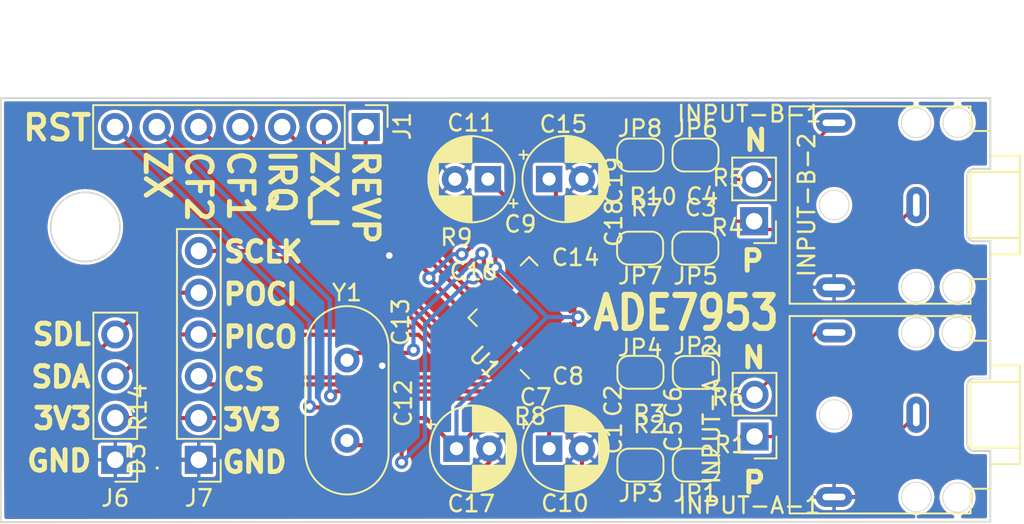
<source format=kicad_pcb>
(kicad_pcb (version 20211014) (generator pcbnew)
  (layers (0 "F.Cu" signal) (31 "B.Cu" signal) (34 "B.Paste" user) (35 "F.Paste" user) (36 "B.SilkS" user "B.Silkscreen") (37 "F.SilkS" user "F.Silkscreen") (38 "B.Mask" user) (39 "F.Mask" user) (44 "Edge.Cuts" user))
  (net 0 "")
  (net 1 "Net-(U1-Pad5)")
  (net 2 "GND")
  (net 3 "Net-(U1-Pad6)")
  (net 4 "Net-(C3-Pad1)")
  (net 5 "Net-(C4-Pad2)")
  (net 6 "Net-(R2-Pad1)")
  (net 7 "Net-(R3-Pad2)")
  (net 8 "+3V3")
  (net 9 "reset")
  (net 10 "Net-(C10-Pad1)")
  (net 11 "Net-(C11-Pad1)")
  (net 12 "Net-(C12-Pad1)")
  (net 13 "Net-(C13-Pad1)")
  (net 14 "Net-(C14-Pad1)")
  (net 15 "Net-(U1-Pad9)")
  (net 16 "Net-(U1-Pad10)")
  (net 17 "Net-(D3-Pad2)")
  (net 18 "IAP")
  (net 19 "IAN")
  (net 20 "IBP")
  (net 21 "IBN")
  (net 22 "ZX")
  (net 23 "REVP")
  (net 24 "ZX_I")
  (net 25 "IRQ")
  (net 26 "MISO")
  (net 27 "MOSI")
  (net 28 "CS")
  (net 29 "SCLK")
  (net 30 "CF2")
  (net 31 "CF1")
  (footprint "Capacitor_SMD:C_0201_0603Metric" (layer "F.Cu") (at 208.712887 54.79 90)
    (fp_text reference "C19")
    (fp_text value "33nF")
  )
  (footprint "Capacitor_SMD:C_0201_0603Metric" (layer "F.Cu") (at 202.71 67.87 90)
    (fp_text reference "C7")
    (fp_text value "1uF")
  )
  (footprint "Jumper:SolderJumper-2_P1.3mm_Open_RoundedPad1.0x1.5mm" (layer "F.Cu") (at 209.497887 71.61 180)
    (fp_text reference "JP3")
    (fp_text value "48kHz-filter-1")
  )
  (footprint "Connector_PinHeader_2.54mm:PinHeader_1x06_P2.54mm_Vertical" (layer "F.Cu") (at 182.65 71.29 180)
    (fp_text reference "J7")
    (fp_text value "SPI")
  )
  (footprint "Connector_PinHeader_2.54mm:PinHeader_1x02_P2.54mm_Vertical" (layer "F.Cu") (at 216.407887 56.785 180)
    (fp_text reference "INPUT-B-2")
    (fp_text value "Input B")
  )
  (footprint "Resistor_SMD:R_0201_0603Metric" (layer "F.Cu") (at 209.872887 56.73 180)
    (fp_text reference "R7")
    (fp_text value "1k")
  )
  (footprint "Jumper:SolderJumper-2_P1.3mm_Open_RoundedPad1.0x1.5mm" (layer "F.Cu") (at 212.867887 65.98 180)
    (fp_text reference "JP2")
    (fp_text value "no-filter-2")
  )
  (footprint "Resistor_SMD:R_0201_0603Metric" (layer "F.Cu") (at 209.882887 54.44)
    (fp_text reference "R10")
    (fp_text value "1k")
  )
  (footprint "Capacitor_THT:CP_Radial_D5.0mm_P2.00mm" (layer "F.Cu") (at 203.944888 70.61)
    (fp_text reference "C10")
    (fp_text value "4.7uF")
  )
  (footprint "Jumper:SolderJumper-2_P1.3mm_Open_RoundedPad1.0x1.5mm" (layer "F.Cu") (at 212.837887 58.42 180)
    (fp_text reference "JP5")
    (fp_text value "no-filter-1")
  )
  (footprint "Connector_PinHeader_2.54mm:PinHeader_1x07_P2.54mm_Vertical" (layer "F.Cu") (at 192.795 51.055 -90)
    (fp_text reference "J1")
    (fp_text value "Conn_01x07_Female")
  )
  (footprint "Capacitor_SMD:C_0201_0603Metric" (layer "F.Cu") (at 194.93 70.08 90)
    (fp_text reference "C12")
    (fp_text value "20pF")
  )
  (footprint "Capacitor_SMD:C_0201_0603Metric" (layer "F.Cu") (at 208.702887 56.38 90)
    (fp_text reference "C18")
    (fp_text value "33nF")
  )
  (footprint "Resistor_SMD:R_0201_0603Metric" (layer "F.Cu") (at 209.927887 67.65)
    (fp_text reference "R3")
    (fp_text value "1k")
  )
  (footprint "Resistor_SMD:R_0201_0603Metric" (layer "F.Cu") (at 213.367887 67.67)
    (fp_text reference "R6")
    (fp_text value "100")
  )
  (footprint "Capacitor_SMD:C_0201_0603Metric" (layer "F.Cu") (at 208.787887 68 90)
    (fp_text reference "C2")
    (fp_text value "33nF")
  )
  (footprint "Capacitor_SMD:C_0201_0603Metric" (layer "F.Cu") (at 208.787887 69.57 90)
    (fp_text reference "C1")
    (fp_text value "33nF")
  )
  (footprint "Resistor_SMD:R_0201_0603Metric" (layer "F.Cu") (at 180.12 69.09375 90)
    (fp_text reference "R14")
    (fp_text value "1k")
  )
  (footprint "Resistor_SMD:R_0201_0603Metric" (layer "F.Cu") (at 213.267887 54.44)
    (fp_text reference "R5")
    (fp_text value "100")
  )
  (footprint "Resistor_SMD:R_0201_0603Metric" (layer "F.Cu") (at 213.367887 69.93 180)
    (fp_text reference "R1")
    (fp_text value "100")
  )
  (footprint "Connector_Audio:Jack_3.5mm_CUI_SJ1-3523N_Horizontal" (layer "F.Cu") (at 226.267887 55.8 90)
    (fp_text reference "INPUT-B-1")
    (fp_text value "AudioJack3")
    (fp_line (start -2.2 4.5) (end -6.5 4.5) (layer "Edge.Cuts") (width 0.12))
    (fp_line (start 2.2 4.5) (end 6.5 4.5) (layer "Edge.Cuts") (width 0.12))
    (fp_line (start -2.2 3.5) (end -2.2 4.5) (layer "Edge.Cuts") (width 0.12))
    (fp_line (start 2.2 3.5) (end 2.2 4.5) (layer "Edge.Cuts") (width 0.12))
    (fp_line (start 1.8 3.1) (end -1.8 3.1) (layer "Edge.Cuts") (width 0.12))
    (fp_arc (start -2.2 3.5) (mid -2.082842 3.217158) (end -1.8 3.1) (layer "Edge.Cuts") (width 0.12))
    (fp_arc (start 1.8 3.1) (mid 2.082843 3.217157) (end 2.2 3.5) (layer "Edge.Cuts") (width 0.12))
  )
  (footprint "Capacitor_THT:CP_Radial_D5.0mm_P2.00mm" (layer "F.Cu") (at 200.225113 54.23 180)
    (fp_text reference "C11")
    (fp_text value "4.7uF")
  )
  (footprint "Capacitor_SMD:C_0201_0603Metric" (layer "F.Cu") (at 201.83 57.85 180)
    (fp_text reference "C9")
    (fp_text value "100nF")
  )
  (footprint "Jumper:SolderJumper-2_P1.3mm_Open_RoundedPad1.0x1.5mm" (layer "F.Cu") (at 212.847887 52.76 180)
    (fp_text reference "JP6")
    (fp_text value "no-filter-2")
  )
  (footprint "Jumper:SolderJumper-2_P1.3mm_Open_RoundedPad1.0x1.5mm" (layer "F.Cu") (at 209.497887 65.97 180)
    (fp_text reference "JP4")
    (fp_text value "48kHz-filter-2")
  )
  (footprint "Package_CSP:LFCSP-28-1EP_5x5mm_P0.5mm_EP3.14x3.14mm" (layer "F.Cu") (at 202.73 62.65 135)
    (fp_text reference "U1")
    (fp_text value "ADE7953xCP")
  )
  (footprint "Jumper:SolderJumper-2_P1.3mm_Open_RoundedPad1.0x1.5mm" (layer "F.Cu") (at 209.487887 52.76 180)
    (fp_text reference "JP8")
    (fp_text value "48kHz-filter-2")
  )
  (footprint "Resistor_SMD:R_0201_0603Metric" (layer "F.Cu") (at 201.91 67.87 -90)
    (fp_text reference "R8")
    (fp_text value "10k")
  )
  (footprint "Crystal:Crystal_HC49-4H_Vertical" (layer "F.Cu") (at 191.66 65.23 -90)
    (fp_text reference "Y1")
    (fp_text value "3.58MHz")
  )
  (footprint "Capacitor_SMD:C_0201_0603Metric" (layer "F.Cu") (at 212.237887 69.58 90)
    (fp_text reference "C5")
    (fp_text value "33nF")
  )
  (footprint "Resistor_SMD:R_0201_0603Metric" (layer "F.Cu") (at 213.257887 56.73 180)
    (fp_text reference "R4")
    (fp_text value "100")
  )
  (footprint "Capacitor_SMD:C_0201_0603Metric" (layer "F.Cu") (at 204.97 67.03)
    (fp_text reference "C8")
    (fp_text value "100nF")
  )
  (footprint "Capacitor_SMD:C_0201_0603Metric" (layer "F.Cu") (at 201.13 58.76)
    (fp_text reference "C16")
    (fp_text value "100nF")
  )
  (footprint "LED_SMD:LED_0201_0603Metric_Pad0.64x0.40mm_HandSolder" (layer "F.Cu") (at 180.12 70.75375 90)
    (fp_text reference "D3")
    (fp_text value "LED")
  )
  (footprint "Capacitor_SMD:C_0201_0603Metric" (layer "F.Cu") (at 212.092887 56.38 90)
    (fp_text reference "C3")
    (fp_text value "33nF")
  )
  (footprint "Jumper:SolderJumper-2_P1.3mm_Open_RoundedPad1.0x1.5mm" (layer "F.Cu") (at 212.867887 71.61 180)
    (fp_text reference "JP1")
    (fp_text value "no-filter-1")
  )
  (footprint "Capacitor_THT:CP_Radial_D5.0mm_P2.00mm" (layer "F.Cu") (at 198.314888 70.61)
    (fp_text reference "C17")
    (fp_text value "10uF")
  )
  (footprint "Connector_PinHeader_2.54mm:PinHeader_1x04_P2.54mm_Vertical" (layer "F.Cu") (at 177.57 71.29 180)
    (fp_text reference "J6")
    (fp_text value "I2C")
  )
  (footprint "Capacitor_SMD:C_0201_0603Metric" (layer "F.Cu") (at 212.102887 54.79 90)
    (fp_text reference "C4")
    (fp_text value "33nF")
  )
  (footprint "Resistor_SMD:R_0201_0603Metric" (layer "F.Cu") (at 200.02 57.83)
    (fp_text reference "R9")
    (fp_text value "10k")
  )
  (footprint "Jumper:SolderJumper-2_P1.3mm_Open_RoundedPad1.0x1.5mm" (layer "F.Cu") (at 209.477887 58.42 180)
    (fp_text reference "JP7")
    (fp_text value "48kHz-filter-1")
  )
  (footprint "Connector_PinHeader_2.54mm:PinHeader_1x02_P2.54mm_Vertical" (layer "F.Cu") (at 216.437887 69.875 180)
    (fp_text reference "INPUT-A-2")
    (fp_text value "Input A")
  )
  (footprint "Connector_Audio:Jack_3.5mm_CUI_SJ1-3523N_Horizontal" (layer "F.Cu") (at 226.267887 68.55 90)
    (fp_text reference "INPUT-A-1")
    (fp_text value "AudioJack3")
    (fp_line (start 2.2 4.5) (end 6.5 4.5) (layer "Edge.Cuts") (width 0.12))
    (fp_line (start 1.8 3.1) (end -1.8 3.1) (layer "Edge.Cuts") (width 0.12))
    (fp_line (start -2.2 4.5) (end -6.5 4.5) (layer "Edge.Cuts") (width 0.12))
    (fp_line (start -2.2 3.5) (end -2.2 4.5) (layer "Edge.Cuts") (width 0.12))
    (fp_line (start 2.2 3.5) (end 2.2 4.5) (layer "Edge.Cuts") (width 0.12))
    (fp_arc (start 1.8 3.1) (mid 2.082843 3.217157) (end 2.2 3.5) (layer "Edge.Cuts") (width 0.12))
    (fp_arc (start -2.2 3.5) (mid -2.082842 3.217158) (end -1.8 3.1) (layer "Edge.Cuts") (width 0.12))
  )
  (footprint "Resistor_SMD:R_0201_0603Metric" (layer "F.Cu") (at 209.927887 69.92 180)
    (fp_text reference "R2")
    (fp_text value "1k")
  )
  (footprint "Capacitor_SMD:C_0201_0603Metric" (layer "F.Cu") (at 212.237887 68.02 90)
    (fp_text reference "C6")
    (fp_text value "33nF")
  )
  (footprint "Capacitor_THT:CP_Radial_D5.0mm_P2.00mm" (layer "F.Cu") (at 203.944888 54.22)
    (fp_text reference "C15")
    (fp_text value "4.7uF")
  )
  (footprint "Capacitor_SMD:C_0201_0603Metric" (layer "F.Cu") (at 204.04 58.06 180)
    (fp_text reference "C14")
    (fp_text value "100nF")
  )
  (footprint "Capacitor_SMD:C_0201_0603Metric" (layer "F.Cu") (at 194.88 65.11 -90)
    (fp_text reference "C13")
    (fp_text value "20pF")
  )
  (gr_circle (center 221.28 55.8) (end 222.18 55.8) (layer "Edge.Cuts") (width 0.05) (fill none))
  (gr_circle (center 226.269946 63.55) (end 227.169946 63.55) (layer "Edge.Cuts") (width 0.05) (fill none))
  (gr_circle (center 228.78 60.79) (end 229.68 60.79) (layer "Edge.Cuts") (width 0.05) (fill none))
  (gr_circle (center 226.26 50.8) (end 227.16 50.8) (layer "Edge.Cuts") (width 0.05) (fill none))
  (gr_line (start 230.767887 49.3) (end 170.612113 49.3) (layer "Edge.Cuts") (width 0.1))
  (gr_circle (center 221.28 68.54) (end 222.18 68.54) (layer "Edge.Cuts") (width 0.05) (fill none))
  (gr_circle (center 175.75 57.13) (end 177.85 57.13) (layer "Edge.Cuts") (width 0.1) (fill none))
  (gr_circle (center 226.27 73.55) (end 227.17 73.55) (layer "Edge.Cuts") (width 0.05) (fill none))
  (gr_circle (center 226.27 60.78) (end 227.17 60.78) (layer "Edge.Cuts") (width 0.05) (fill none))
  (gr_line (start 170.612113 49.3) (end 170.612113 75.08) (layer "Edge.Cuts") (width 0.1))
  (gr_circle (center 228.78 73.58) (end 229.68 73.58) (layer "Edge.Cuts") (width 0.05) (fill none))
  (gr_circle (center 228.79 50.79) (end 229.69 50.79) (layer "Edge.Cuts") (width 0.05) (fill none))
  (gr_circle (center 228.77 63.56) (end 229.696175 63.56) (layer "Edge.Cuts") (width 0.05) (fill none))
  (gr_line (start 170.612113 75.08) (end 230.767887 75.05) (layer "Edge.Cuts") (width 0.1))
  (gr_text "3V3" (at 183.96 68.86) (layer "F.SilkS") (effects (font (size 1.25 1.25) (thickness 0.3)) (justify left)))
  (gr_text "CF2" (at 182.64 52.38 270) (layer "F.SilkS") (effects (font (size 1.5 1.5) (thickness 0.3)) (justify left)))
  (gr_text "N" (at 217.237887 65.08) (layer "F.SilkS") (effects (font (size 1.25 1.25) (thickness 0.3)) (justify right)))
  (gr_text "SCLK" (at 184.02 58.65) (layer "F.SilkS") (effects (font (size 1.25 1.25) (thickness 0.3)) (justify left)))
  (gr_text "CF1\n" (at 185.19 52.32 270) (layer "F.SilkS") (effects (font (size 1.5 1.5) (thickness 0.3)) (justify left)))
  (gr_text "PICO\n" (at 184 63.83) (layer "F.SilkS") (effects (font (size 1.25 1.25) (thickness 0.3)) (justify left)))
  (gr_text "CS" (at 183.98 66.41) (layer "F.SilkS") (effects (font (size 1.25 1.25) (thickness 0.3)) (justify left)))
  (gr_text "POCI" (at 184 61.23) (layer "F.SilkS") (effects (font (size 1.25 1.25) (thickness 0.3)) (justify left)))
  (gr_text "ZX_I" (at 190.25 52.32 270) (layer "F.SilkS") (effects (font (size 1.5 1.5) (thickness 0.3)) (justify left)))
  (gr_text "GND" (at 183.94 71.44) (layer "F.SilkS") (effects (font (size 1.25 1.25) (thickness 0.3)) (justify left)))
  (gr_text "RST" (at 171.8 51.11) (layer "F.SilkS") (effects (font (size 1.5 1.5) (thickness 0.3)) (justify left)))
  (gr_text "3V3" (at 176.28 68.78) (layer "F.SilkS") (effects (font (size 1.25 1.25) (thickness 0.3)) (justify right)))
  (gr_text "SDL" (at 176.24 63.67) (layer "F.SilkS") (effects (font (size 1.25 1.25) (thickness 0.3)) (justify right)))
  (gr_text "REVP" (at 192.79 52.31 270) (layer "F.SilkS") (effects (font (size 1.5 1.5) (thickness 0.3)) (justify left)))
  (gr_text "N" (at 215.657887 51.74 180) (layer "F.SilkS") (effects (font (size 1.25 1.25) (thickness 0.3)) (justify right)))
  (gr_text "P" (at 217.137887 59.2) (layer "F.SilkS") (effects (font (size 1.25 1.25) (thickness 0.3)) (justify right)))
  (gr_text "SDA" (at 176.22 66.25) (layer "F.SilkS") (effects (font (size 1.25 1.25) (thickness 0.3)) (justify right)))
  (gr_text "P" (at 217.237887 72.67) (layer "F.SilkS") (effects (font (size 1.25 1.25) (thickness 0.3)) (justify right)))
  (gr_text "IRQ" (at 187.7 52.28 270) (layer "F.SilkS") (effects (font (size 1.5 1.5) (thickness 0.3)) (justify left)))
  (gr_text "GND" (at 176.26 71.36) (layer "F.SilkS") (effects (font (size 1.25 1.25) (thickness 0.3)) (justify right)))
  (gr_text "ZX" (at 180.13 52.36 270) (layer "F.SilkS") (effects (font (size 1.5 1.5) (thickness 0.3)) (justify left)))
  (gr_text "ADE7953\n" (at 212.27 62.36) (layer "F.SilkS") (effects (font (size 2 1.7) (thickness 0.375))))
  (segment (start 208.817887 69.92) (end 208.787887 69.89) (width 0.25) (layer "F.Cu") (net 1))
  (segment (start 209.607887 69.92) (end 208.817887 69.92) (width 0.25) (layer "F.Cu") (net 1))
  (segment (start 206.302288 68.302288) (end 207.89 69.89) (width 0.25) (layer "F.Cu") (net 1))
  (segment (start 208.787887 69.89) (end 208.787887 71.55) (width 0.25) (layer "F.Cu") (net 1))
  (segment (start 207.89 69.89) (end 208.787887 69.89) (width 0.25) (layer "F.Cu") (net 1))
  (segment (start 208.787887 71.55) (end 208.847887 71.61) (width 0.25) (layer "F.Cu") (net 1))
  (segment (start 204.771771 63.984664) (end 206.302288 65.515181) (width 0.25) (layer "F.Cu") (net 1))
  (segment (start 206.302288 65.515181) (end 206.302288 68.302288) (width 0.25) (layer "F.Cu") (net 1))
  (segment (start 208.757887 69.25) (end 208.787887 69.25) (width 0.25) (layer "F.Cu") (net 2))
  (segment (start 200.314888 71.435112) (end 200.314888 70.61) (width 0.25) (layer "F.Cu") (net 2))
  (segment (start 208.577887 56.06) (end 208.197887 55.68) (width 0.25) (layer "F.Cu") (net 2))
  (segment (start 218.277887 67.13) (end 216.717887 68.69) (width 0.25) (layer "F.Cu") (net 2))
  (segment (start 201.45 58.76) (end 201.45 57.91) (width 0.25) (layer "F.Cu") (net 2))
  (segment (start 201.413386 59.919173) (end 201.413386 58.796614) (width 0.25) (layer "F.Cu") (net 2))
  (segment (start 199.36 72.39) (end 200.314888 71.435112) (width 0.25) (layer "F.Cu") (net 2))
  (segment (start 208.787887 68.32) (end 208.647887 68.32) (width 0.25) (layer "F.Cu") (net 2))
  (segment (start 212.092887 56.06) (end 212.112887 56.06) (width 0.25) (layer "F.Cu") (net 2))
  (segment (start 204.064664 61.315336) (end 202.73 62.65) (width 0.25) (layer "F.Cu") (net 2))
  (segment (start 223.04 73.55) (end 227.167407 69.422593) (width 0.25) (layer "F.Cu") (net 2))
  (segment (start 227.167407 54.83952) (end 226.728367 54.40048) (width 0.25) (layer "F.Cu") (net 2))
  (segment (start 218.627887 55.59) (end 212.582887 55.59) (width 0.25) (layer "F.Cu") (net 2))
  (segment (start 195.53 69.76) (end 196.74 70.97) (width 0.25) (layer "F.Cu") (net 2))
  (segment (start 202.73 60.528679) (end 202.73 62.65) (width 0.25) (layer "F.Cu") (net 2))
  (segment (start 212.112887 56.06) (end 212.582887 55.59) (width 0.25) (layer "F.Cu") (net 2))
  (segment (start 208.807887 68.34) (end 208.787887 68.32) (width 0.25) (layer "F.Cu") (net 2))
  (segment (start 194.05 72.4) (end 196.74 72.4) (width 0.25) (layer "F.Cu") (net 2))
  (segment (start 201.748889 60.254676) (end 202.73 61.235787) (width 0.25) (layer "F.Cu") (net 2))
  (segment (start 212.237887 69.26) (end 212.237887 69.04) (width 0.25) (layer "F.Cu") (net 2))
  (segment (start 199.35 72.4) (end 199.36 72.39) (width 0.25) (layer "F.Cu") (net 2))
  (segment (start 208.237887 68.73) (end 208.757887 69.25) (width 0.25) (layer "F.Cu") (net 2))
  (segment (start 205.3 72.39) (end 205.944888 71.745112) (width 0.25) (layer "F.Cu") (net 2))
  (segment (start 201.45 57.91) (end 201.51 57.85) (width 0.25) (layer "F.Cu") (net 2))
  (segment (start 212.092887 56.06) (end 208.702887 56.06) (width 0.25) (layer "F.Cu") (net 2))
  (segment (start 204.418217 64.338217) (end 202.73 62.65) (width 0.25) (layer "F.Cu") (net 2))
  (segment (start 196.74 70.97) (end 196.74 72.4) (width 0.25) (layer "F.Cu") (net 2))
  (segment (start 205.29 69.955112) (end 205.944888 70.61) (width 0.25) (layer "F.Cu") (net 2))
  (segment (start 192.94 71.29) (end 194.05 72.4) (width 0.25) (layer "F.Cu") (net 2))
  (segment (start 208.702887 56.06) (end 208.577887 56.06) (width 0.25) (layer "F.Cu") (net 2))
  (segment (start 180.23 71.29) (end 182.65 71.29) (width 0.25) (layer "F.Cu") (net 2))
  (segment (start 203.357557 59.901122) (end 202.73 60.528679) (width 0.25) (layer "F.Cu") (net 2))
  (segment (start 196.74 72.4) (end 199.35 72.4) (width 0.25) (layer "F.Cu") (net 2))
  (segment (start 205.29 65.21) (end 204.418217 64.338217) (width 0.25) (layer "F.Cu") (net 2))
  (segment (start 227.167407 56.672593) (end 227.167407 54.83952) (width 0.25) (layer "F.Cu") (net 2))
  (segment (start 205.29 67.03) (end 205.29 65.21) (width 0.25) (layer "F.Cu") (net 2))
  (segment (start 212.587887 68.69) (end 212.237887 68.34) (width 0.25) (layer "F.Cu") (net 2))
  (segment (start 208.197887 55.68) (end 208.197887 55.625) (width 0.25) (layer "F.Cu") (net 2))
  (segment (start 212.237887 69.04) (end 212.587887 68.69) (width 0.25) (layer "F.Cu") (net 2))
  (segment (start 204.418217 60.961783) (end 202.73 62.65) (width 0.25) (layer "F.Cu") (net 2))
  (segment (start 199.36 72.39) (end 205.3 72.39) (width 0.25) (layer "F.Cu") (net 2))
  (segment (start 205.29 67.03) (end 205.29 69.955112) (width 0.25) (layer "F.Cu") (net 2))
  (segment (start 208.152887 55.67) (end 208.197887 55.625) (width 0.25) (layer "F.Cu") (net 2))
  (segment (start 219.817407 54.40048) (end 218.627887 55.59) (width 0.25) (layer "F.Cu") (net 2))
  (segment (start 205.944888 71.745112) (end 205.944888 70.61) (width 0.25) (layer "F.Cu") (net 2))
  (segment (start 221.267887 60.8) (end 223.04 60.8) (width 0.25) (layer "F.Cu") (net 2))
  (segment (start 227.167407 69.422593) (end 227.167407 67.677407) (width 0.25) (layer "F.Cu") (net 2))
  (segment (start 212.582887 55.59) (end 212.102887 55.11) (width 0.25) (layer "F.Cu") (net 2))
  (segment (start 201.748889 60.254676) (end 201.413386 59.919173) (width 0.25) (layer "F.Cu") (net 2))
  (segment (start 226.62 67.13) (end 218.277887 67.13) (width 0.25) (layer "F.Cu") (net 2))
  (segment (start 208.647887 68.32) (end 208.237887 68.73) (width 0.25) (layer "F.Cu") (net 2))
  (segment (start 194.93 69.76) (end 195.53 69.76) (width 0.25) (layer "F.Cu") (net 2))
  (segment (start 208.797887 69.26) (end 208.787887 69.25) (width 0.25) (layer "F.Cu") (net 2))
  (segment (start 180.12 71.16125) (end 180.12 71.18) (width 0.25) (layer "F.Cu") (net 2))
  (segment (start 203.357557 58.422443) (end 203.72 58.06) (width 0.25) (layer "F.Cu") (net 2))
  (segment (start 212.237887 68.34) (end 208.807887 68.34) (width 0.25) (layer "F.Cu") (net 2))
  (segment (start 227.167407 67.677407) (end 226.62 67.13) (width 0.25) (layer "F.Cu") (net 2))
  (segment (start 212.237887 69.26) (end 208.797887 69.26) (width 0.25) (layer "F.Cu") (net 2))
  (segment (start 221.267887 73.55) (end 223.04 73.55) (width 0.25) (layer "F.Cu") (net 2))
  (segment (start 202.73 61.235787) (end 202.73 62.65) (width 0.25) (layer "F.Cu") (net 2))
  (segment (start 177.57 71.29) (end 180.23 71.29) (width 0.25) (layer "F.Cu") (net 2))
  (segment (start 204.064664 60.608229) (end 204.064664 61.315336) (width 0.25) (layer "F.Cu") (net 2))
  (segment (start 203.357557 59.901122) (end 203.357557 58.422443) (width 0.25) (layer "F.Cu") (net 2))
  (segment (start 216.717887 68.69) (end 212.587887 68.69) (width 0.25) (layer "F.Cu") (net 2))
  (segment (start 226.728367 54.40048) (end 219.817407 54.40048) (width 0.25) (layer "F.Cu") (net 2))
  (segment (start 212.102887 55.11) (end 208.712887 55.11) (width 0.25) (layer "F.Cu") (net 2))
  (segment (start 182.65 71.29) (end 192.94 71.29) (width 0.25) (layer "F.Cu") (net 2))
  (segment (start 201.413386 58.796614) (end 201.45 58.76) (width 0.25) (layer "F.Cu") (net 2))
  (segment (start 208.197887 55.625) (end 208.712887 55.11) (width 0.25) (layer "F.Cu") (net 2))
  (segment (start 180.12 71.18) (end 180.23 71.29) (width 0.25) (layer "F.Cu") (net 2))
  (segment (start 223.04 60.8) (end 227.167407 56.672593) (width 0.25) (layer "F.Cu") (net 2))
  (via (at 193.8 65.57) (size 0.8) (drill 0.4) (layers "F.Cu" "B.Cu") (net 2))
  (via (at 194.23 58.87) (size 0.8) (drill 0.4) (layers "F.Cu" "B.Cu") (net 2))
  (segment (start 205.125324 63.631111) (end 205.131111 63.631111) (width 0.25) (layer "F.Cu") (net 3))
  (segment (start 208.817887 67.65) (end 208.787887 67.68) (width 0.25) (layer "F.Cu") (net 3))
  (segment (start 208.787887 67.68) (end 208.787887 66.03) (width 0.25) (layer "F.Cu") (net 3))
  (segment (start 208.787887 66.03) (end 208.847887 65.97) (width 0.25) (layer "F.Cu") (net 3))
  (segment (start 207.47 65.97) (end 208.847887 65.97) (width 0.25) (layer "F.Cu") (net 3))
  (segment (start 205.131111 63.631111) (end 207.47 65.97) (width 0.25) (layer "F.Cu") (net 3))
  (segment (start 209.607887 67.65) (end 208.817887 67.65) (width 0.25) (layer "F.Cu") (net 3))
  (segment (start 210.222887 56.7) (end 210.192887 56.73) (width 0.25) (layer "F.Cu") (net 4))
  (segment (start 212.092887 56.7) (end 210.222887 56.7) (width 0.25) (layer "F.Cu") (net 4))
  (segment (start 212.092887 56.7) (end 212.092887 58.325) (width 0.25) (layer "F.Cu") (net 4))
  (segment (start 210.192887 58.355) (end 210.127887 58.42) (width 0.25) (layer "F.Cu") (net 4))
  (segment (start 212.092887 58.325) (end 212.187887 58.42) (width 0.25) (layer "F.Cu") (net 4))
  (segment (start 212.122887 56.73) (end 212.092887 56.7) (width 0.25) (layer "F.Cu") (net 4))
  (segment (start 210.192887 56.73) (end 210.192887 58.355) (width 0.25) (layer "F.Cu") (net 4))
  (segment (start 212.937887 56.73) (end 212.122887 56.73) (width 0.25) (layer "F.Cu") (net 4))
  (segment (start 212.132887 54.44) (end 212.102887 54.47) (width 0.25) (layer "F.Cu") (net 5))
  (segment (start 210.232887 54.47) (end 210.202887 54.44) (width 0.25) (layer "F.Cu") (net 5))
  (segment (start 210.202887 54.44) (end 210.202887 52.825) (width 0.25) (layer "F.Cu") (net 5))
  (segment (start 212.102887 54.47) (end 212.102887 52.855) (width 0.25) (layer "F.Cu") (net 5))
  (segment (start 212.102887 54.47) (end 210.232887 54.47) (width 0.25) (layer "F.Cu") (net 5))
  (segment (start 210.202887 52.825) (end 210.137887 52.76) (width 0.25) (layer "F.Cu") (net 5))
  (segment (start 212.102887 52.855) (end 212.197887 52.76) (width 0.25) (layer "F.Cu") (net 5))
  (segment (start 212.947887 54.44) (end 212.132887 54.44) (width 0.25) (layer "F.Cu") (net 5))
  (segment (start 210.247887 69.92) (end 210.247887 71.51) (width 0.25) (layer "F.Cu") (net 6))
  (segment (start 212.267887 69.93) (end 212.237887 69.9) (width 0.25) (layer "F.Cu") (net 6))
  (segment (start 212.217887 71.61) (end 212.217887 69.92) (width 0.25) (layer "F.Cu") (net 6))
  (segment (start 212.217887 69.92) (end 212.237887 69.9) (width 0.25) (layer "F.Cu") (net 6))
  (segment (start 210.247887 71.51) (end 210.147887 71.61) (width 0.25) (layer "F.Cu") (net 6))
  (segment (start 213.047887 69.93) (end 212.267887 69.93) (width 0.25) (layer "F.Cu") (net 6))
  (segment (start 210.277887 69.89) (end 210.247887 69.92) (width 0.25) (layer "F.Cu") (net 6))
  (segment (start 210.247887 69.92) (end 212.217887 69.92) (width 0.25) (layer "F.Cu") (net 6))
  (segment (start 212.237887 67.7) (end 210.297887 67.7) (width 0.25) (layer "F.Cu") (net 7))
  (segment (start 212.267887 67.67) (end 212.237887 67.7) (width 0.25) (layer "F.Cu") (net 7))
  (segment (start 212.237887 67.7) (end 212.237887 66) (width 0.25) (layer "F.Cu") (net 7))
  (segment (start 212.237887 66) (end 212.217887 65.98) (width 0.25) (layer "F.Cu") (net 7))
  (segment (start 210.297887 67.7) (end 210.247887 67.65) (width 0.25) (layer "F.Cu") (net 7))
  (segment (start 213.047887 67.67) (end 212.267887 67.67) (width 0.25) (layer "F.Cu") (net 7))
  (segment (start 210.247887 67.65) (end 210.247887 66.07) (width 0.25) (layer "F.Cu") (net 7))
  (segment (start 210.247887 66.07) (end 210.147887 65.97) (width 0.25) (layer "F.Cu") (net 7))
  (segment (start 182.65 68.75) (end 196.454888 68.75) (width 0.25) (layer "F.Cu") (net 8))
  (segment (start 200.68 58.89) (end 200.81 58.76) (width 0.25) (layer "F.Cu") (net 8))
  (segment (start 201.388229 60.608229) (end 201.395336 60.608229) (width 0.25) (layer "F.Cu") (net 8))
  (segment (start 205.478878 63.277557) (end 205.478878 62.598878) (width 0.25) (layer "F.Cu") (net 8))
  (segment (start 200.68 59.6) (end 200.68 58.89) (width 0.25) (layer "F.Cu") (net 8))
  (segment (start 200.81 58.3) (end 200.34 57.83) (width 0.25) (layer "F.Cu") (net 8))
  (segment (start 201.91 68.19) (end 200.734888 68.19) (width 0.25) (layer "F.Cu") (net 8))
  (segment (start 177.57 68.75) (end 182.65 68.75) (width 0.25) (layer "F.Cu") (net 8))
  (segment (start 202.71 68.19) (end 201.91 68.19) (width 0.25) (layer "F.Cu") (net 8))
  (segment (start 200.81 58.76) (end 200.81 58.3) (width 0.25) (layer "F.Cu") (net 8))
  (segment (start 205.478878 62.598878) (end 205.688878 62.598878) (width 0.25) (layer "F.Cu") (net 8))
  (segment (start 196.454888 68.75) (end 198.314888 70.61) (width 0.25) (layer "F.Cu") (net 8))
  (segment (start 200.734888 68.19) (end 198.314888 70.61) (width 0.25) (layer "F.Cu") (net 8))
  (segment (start 200.68 59.9) (end 201.388229 60.608229) (width 0.25) (layer "F.Cu") (net 8))
  (segment (start 205.478878 62.598878) (end 205.478878 62.022443) (width 0.25) (layer "F.Cu") (net 8))
  (segment (start 205.688878 62.598878) (end 205.7 62.61) (width 0.25) (layer "F.Cu") (net 8))
  (segment (start 200.68 59.6) (end 200.68 59.9) (width 0.25) (layer "F.Cu") (net 8))
  (via (at 205.7 62.61) (size 0.8) (drill 0.4) (layers "F.Cu" "B.Cu") (net 8))
  (via (at 200.68 59.6) (size 0.8) (drill 0.4) (layers "F.Cu" "B.Cu") (net 8))
  (segment (start 198.314888 68.120226) (end 198.314888 70.61) (width 0.25) (layer "B.Cu") (net 8))
  (segment (start 200.68 59.6) (end 200.815114 59.6) (width 0.25) (layer "B.Cu") (net 8))
  (segment (start 203.825114 62.61) (end 205.7 62.61) (width 0.25) (layer "B.Cu") (net 8))
  (segment (start 200.815114 59.6) (end 203.825114 62.61) (width 0.25) (layer "B.Cu") (net 8))
  (segment (start 203.825114 62.61) (end 198.314888 68.120226) (width 0.25) (layer "B.Cu") (net 8))
  (segment (start 203.715324 65.045324) (end 204.18 65.51) (width 0.25) (layer "F.Cu") (net 9))
  (segment (start 204.18 65.51) (end 204.18 66.58) (width 0.25) (layer "F.Cu") (net 9))
  (segment (start 189.43303 68.10353) (end 189.38 68.0505) (width 0.25) (layer "F.Cu") (net 9))
  (segment (start 201.89 67.57) (end 194.64 67.57) (width 0.25) (layer "F.Cu") (net 9))
  (segment (start 201.91 67.55) (end 201.89 67.57) (width 0.25) (layer "F.Cu") (net 9))
  (segment (start 203.21 67.55) (end 202.71 67.55) (width 0.25) (layer "F.Cu") (net 9))
  (segment (start 194.64 67.57) (end 194.10647 68.10353) (width 0.25) (layer "F.Cu") (net 9))
  (segment (start 204.18 66.58) (end 203.21 67.55) (width 0.25) (layer "F.Cu") (net 9))
  (segment (start 202.71 67.55) (end 201.91 67.55) (width 0.25) (layer "F.Cu") (net 9))
  (segment (start 203.711111 65.045324) (end 203.715324 65.045324) (width 0.25) (layer "F.Cu") (net 9))
  (segment (start 194.10647 68.10353) (end 189.43303 68.10353) (width 0.25) (layer "F.Cu") (net 9))
  (via (at 189.38 68.0505) (size 0.8) (drill 0.4) (layers "F.Cu" "B.Cu") (net 9))
  (segment (start 189.38 68.0505) (end 189.38 62.88) (width 0.25) (layer "B.Cu") (net 9))
  (segment (start 189.38 62.88) (end 177.555 51.055) (width 0.25) (layer "B.Cu") (net 9))
  (segment (start 204.65 67.03) (end 203.944888 67.735112) (width 0.25) (layer "F.Cu") (net 10))
  (segment (start 204.064664 64.691771) (end 204.65 65.277107) (width 0.25) (layer "F.Cu") (net 10))
  (segment (start 203.944888 67.735112) (end 203.944888 70.61) (width 0.25) (layer "F.Cu") (net 10))
  (segment (start 204.65 65.277107) (end 204.65 67.03) (width 0.25) (layer "F.Cu") (net 10))
  (segment (start 202.102443 57.897557) (end 202.15 57.85) (width 0.25) (layer "F.Cu") (net 11))
  (segment (start 202.102443 59.901122) (end 202.102443 57.897557) (width 0.25) (layer "F.Cu") (net 11))
  (segment (start 202.15 57.85) (end 202.15 56.154887) (width 0.25) (layer "F.Cu") (net 11))
  (segment (start 202.15 56.154887) (end 200.225113 54.23) (width 0.25) (layer "F.Cu") (net 11))
  (segment (start 191.95 70.4) (end 191.66 70.11) (width 0.25) (layer "F.Cu") (net 12))
  (segment (start 199.326651 60.232592) (end 199.602592 60.232592) (width 0.25) (layer "F.Cu") (net 12))
  (segment (start 194.98 70.45) (end 194.93 70.4) (width 0.25) (layer "F.Cu") (net 12))
  (segment (start 200.685336 61.315336) (end 200.688229 61.315336) (width 0.25) (layer "F.Cu") (net 12))
  (segment (start 194.93 70.4) (end 191.95 70.4) (width 0.25) (layer "F.Cu") (net 12))
  (segment (start 199.602592 60.232592) (end 200.685336 61.315336) (width 0.25) (layer "F.Cu") (net 12))
  (segment (start 194.98 71.44) (end 194.98 70.45) (width 0.25) (layer "F.Cu") (net 12))
  (via (at 194.98 71.44) (size 0.8) (drill 0.4) (layers "F.Cu" "B.Cu") (net 12))
  (via (at 199.326651 60.232592) (size 0.8) (drill 0.4) (layers "F.Cu" "B.Cu") (net 12))
  (segment (start 196.4 63.06) (end 196.4 70.02) (width 0.25) (layer "B.Cu") (net 12))
  (segment (start 196.4 70.02) (end 194.98 71.44) (width 0.25) (layer "B.Cu") (net 12))
  (segment (start 199.326651 60.232592) (end 199.227408 60.232592) (width 0.25) (layer "B.Cu") (net 12))
  (segment (start 199.227408 60.232592) (end 196.4 63.06) (width 0.25) (layer "B.Cu") (net 12))
  (segment (start 192.1 64.79) (end 191.66 65.23) (width 0.25) (layer "F.Cu") (net 13))
  (segment (start 194.88 64.79) (end 192.1 64.79) (width 0.25) (layer "F.Cu") (net 13))
  (segment (start 199.980489 58.870489) (end 199.980489 59.900489) (width 0.25) (layer "F.Cu") (net 13))
  (segment (start 195.7005 64.62) (end 195.5305 64.79) (width 0.25) (layer "F.Cu") (net 13))
  (segment (start 199.980489 59.900489) (end 201.041783 60.961783) (width 0.25) (layer "F.Cu") (net 13))
  (segment (start 199.86 58.75) (end 199.980489 58.870489) (width 0.25) (layer "F.Cu") (net 13))
  (segment (start 195.5305 64.79) (end 194.88 64.79) (width 0.25) (layer "F.Cu") (net 13))
  (via (at 195.7005 64.62) (size 0.8) (drill 0.4) (layers "F.Cu" "B.Cu") (net 13))
  (via (at 199.86 58.75) (size 0.8) (drill 0.4) (layers "F.Cu" "B.Cu") (net 13))
  (segment (start 195.7005 64.62) (end 195.7005 62.8695) (width 0.25) (layer "B.Cu") (net 13))
  (segment (start 195.7005 62.8695) (end 199.82 58.75) (width 0.25) (layer "B.Cu") (net 13))
  (segment (start 199.82 58.75) (end 199.86 58.75) (width 0.25) (layer "B.Cu") (net 13))
  (segment (start 204.36 58.06) (end 204.36 54.635112) (width 0.25) (layer "F.Cu") (net 14))
  (segment (start 204.36 59.605787) (end 203.711111 60.254676) (width 0.25) (layer "F.Cu") (net 14))
  (segment (start 204.36 54.635112) (end 203.944888 54.22) (width 0.25) (layer "F.Cu") (net 14))
  (segment (start 204.36 58.06) (end 204.36 59.605787) (width 0.25) (layer "F.Cu") (net 14))
  (segment (start 209.552887 56.73) (end 208.732887 56.73) (width 0.25) (layer "F.Cu") (net 15))
  (segment (start 208.732887 56.73) (end 208.702887 56.7) (width 0.25) (layer "F.Cu") (net 15))
  (segment (start 208.702887 56.7) (end 208.702887 58.295) (width 0.25) (layer "F.Cu") (net 15))
  (segment (start 205.125324 61.668889) (end 208.374213 58.42) (width 0.25) (layer "F.Cu") (net 15))
  (segment (start 208.374213 58.42) (end 208.827887 58.42) (width 0.25) (layer "F.Cu") (net 15))
  (segment (start 208.702887 58.295) (end 208.827887 58.42) (width 0.25) (layer "F.Cu") (net 15))
  (segment (start 207.31 54.47) (end 208.712887 54.47) (width 0.25) (layer "F.Cu") (net 16))
  (segment (start 204.774664 61.315336) (end 205.86 60.23) (width 0.25) (layer "F.Cu") (net 16))
  (segment (start 208.557881 54.47) (end 208.547881 54.48) (width 0.25) (layer "F.Cu") (net 16))
  (segment (start 208.742887 54.44) (end 208.712887 54.47) (width 0.25) (layer "F.Cu") (net 16))
  (segment (start 208.712887 54.47) (end 208.712887 52.885) (width 0.25) (layer "F.Cu") (net 16))
  (segment (start 209.562887 54.44) (end 208.742887 54.44) (width 0.25) (layer "F.Cu") (net 16))
  (segment (start 205.86 55.92) (end 207.31 54.47) (width 0.25) (layer "F.Cu") (net 16))
  (segment (start 208.712887 52.885) (end 208.837887 52.76) (width 0.25) (layer "F.Cu") (net 16))
  (segment (start 205.86 60.23) (end 205.86 55.92) (width 0.25) (layer "F.Cu") (net 16))
  (segment (start 204.771771 61.315336) (end 204.774664 61.315336) (width 0.25) (layer "F.Cu") (net 16))
  (segment (start 208.712887 54.47) (end 208.557881 54.47) (width 0.25) (layer "F.Cu") (net 16))
  (segment (start 180.12 70.34625) (end 180.12 69.41375) (width 0.25) (layer "F.Cu") (net 17))
  (segment (start 213.687887 71.44) (end 213.517887 71.61) (width 0.2) (layer "F.Cu") (net 18))
  (segment (start 216.437887 69.875) (end 224.942887 69.875) (width 0.2) (layer "F.Cu") (net 18))
  (segment (start 224.942887 69.875) (end 226.267887 68.55) (width 0.2) (layer "F.Cu") (net 18))
  (segment (start 213.687887 69.93) (end 213.687887 71.44) (width 0.2) (layer "F.Cu") (net 18))
  (segment (start 213.687887 69.93) (end 213.742887 69.875) (width 0.2) (layer "F.Cu") (net 18))
  (segment (start 213.742887 69.875) (end 216.437887 69.875) (width 0.2) (layer "F.Cu") (net 18))
  (segment (start 216.437887 67.335) (end 220.222887 63.55) (width 0.2) (layer "F.Cu") (net 19))
  (segment (start 213.687887 67.67) (end 213.687887 66.15) (width 0.2) (layer "F.Cu") (net 19))
  (segment (start 213.687887 66.15) (end 213.517887 65.98) (width 0.2) (layer "F.Cu") (net 19))
  (segment (start 213.687887 67.67) (end 214.022887 67.335) (width 0.2) (layer "F.Cu") (net 19))
  (segment (start 220.222887 63.55) (end 221.267887 63.55) (width 0.2) (layer "F.Cu") (net 19))
  (segment (start 214.022887 67.335) (end 216.437887 67.335) (width 0.2) (layer "F.Cu") (net 19))
  (segment (start 216.407887 56.785) (end 216.912887 57.29) (width 0.2) (layer "F.Cu") (net 20))
  (segment (start 213.487887 56.82) (end 213.577887 56.73) (width 0.2) (layer "F.Cu") (net 20))
  (segment (start 224.777887 57.29) (end 226.267887 55.8) (width 0.2) (layer "F.Cu") (net 20))
  (segment (start 213.632887 56.785) (end 216.407887 56.785) (width 0.2) (layer "F.Cu") (net 20))
  (segment (start 213.487887 58.42) (end 213.487887 56.82) (width 0.2) (layer "F.Cu") (net 20))
  (segment (start 213.577887 56.73) (end 213.632887 56.785) (width 0.2) (layer "F.Cu") (net 20))
  (segment (start 216.912887 57.29) (end 224.777887 57.29) (width 0.2) (layer "F.Cu") (net 20))
  (segment (start 213.497887 52.76) (end 213.497887 54.35) (width 0.2) (layer "F.Cu") (net 21))
  (segment (start 216.407887 54.245) (end 217.822887 54.245) (width 0.2) (layer "F.Cu") (net 21))
  (segment (start 213.587887 54.44) (end 213.782887 54.245) (width 0.2) (layer "F.Cu") (net 21))
  (segment (start 213.497887 54.35) (end 213.587887 54.44) (width 0.2) (layer "F.Cu") (net 21))
  (segment (start 217.822887 54.245) (end 221.267887 50.8) (width 0.2) (layer "F.Cu") (net 21))
  (segment (start 213.782887 54.245) (end 216.407887 54.245) (width 0.2) (layer "F.Cu") (net 21))
  (segment (start 203.357557 65.398878) (end 202.925648 65.398878) (width 0.25) (layer "F.Cu") (net 22))
  (segment (start 190.93498 67.129039) (end 190.66 67.404019) (width 0.25) (layer "F.Cu") (net 22))
  (segment (start 201.195487 67.129039) (end 190.93498 67.129039) (width 0.25) (layer "F.Cu") (net 22))
  (segment (start 202.925648 65.398878) (end 201.195487 67.129039) (width 0.25) (layer "F.Cu") (net 22))
  (via (at 190.66 67.404019) (size 0.8) (drill 0.4) (layers "F.Cu" "B.Cu") (net 22))
  (segment (start 190.66 67.404019) (end 190.610489 67.354508) (width 0.25) (layer "B.Cu") (net 22))
  (segment (start 190.610489 67.354508) (end 190.610489 61.570489) (width 0.25) (layer "B.Cu") (net 22))
  (segment (start 190.610489 61.570489) (end 180.095 51.055) (width 0.25) (layer "B.Cu") (net 22))
  (segment (start 199.036903 60.932103) (end 192.795 54.6902) (width 0.25) (layer "F.Cu") (net 23))
  (segment (start 192.795 54.6902) (end 192.795 51.055) (width 0.25) (layer "F.Cu") (net 23))
  (segment (start 199.59789 60.932103) (end 199.036903 60.932103) (width 0.25) (layer "F.Cu") (net 23))
  (segment (start 200.334676 61.668889) (end 199.59789 60.932103) (width 0.25) (layer "F.Cu") (net 23))
  (segment (start 199.981122 62.022443) (end 199.526882 62.022443) (width 0.25) (layer "F.Cu") (net 24))
  (segment (start 199.526882 62.022443) (end 190.255 52.750562) (width 0.25) (layer "F.Cu") (net 24))
  (segment (start 190.255 52.750562) (end 190.255 51.055) (width 0.25) (layer "F.Cu") (net 24))
  (segment (start 198.64 58.79) (end 198.74 58.79) (width 0.25) (layer "F.Cu") (net 25))
  (segment (start 199.981122 63.277557) (end 199.687557 63.277557) (width 0.25) (layer "F.Cu") (net 25))
  (segment (start 196.64 59.98) (end 187.715 51.055) (width 0.25) (layer "F.Cu") (net 25))
  (segment (start 198.74 58.79) (end 199.7 57.83) (width 0.25) (layer "F.Cu") (net 25))
  (segment (start 199.687557 63.277557) (end 196.64 60.23) (width 0.25) (layer "F.Cu") (net 25))
  (segment (start 196.64 60.23) (end 196.64 59.98) (width 0.25) (layer "F.Cu") (net 25))
  (via (at 196.64 60.23) (size 0.8) (drill 0.4) (layers "F.Cu" "B.Cu") (net 25))
  (via (at 198.64 58.79) (size 0.8) (drill 0.4) (layers "F.Cu" "B.Cu") (net 25))
  (segment (start 198.08 58.79) (end 198.64 58.79) (width 0.25) (layer "B.Cu") (net 25))
  (segment (start 196.64 60.23) (end 198.08 58.79) (width 0.25) (layer "B.Cu") (net 25))
  (segment (start 182.65 63.67) (end 180.41 63.67) (width 0.25) (layer "F.Cu") (net 26))
  (segment (start 197.598916 65.28) (end 197.344758 65.025841) (width 0.25) (layer "F.Cu") (net 26))
  (segment (start 201.395336 64.691771) (end 200.807107 65.28) (width 0.25) (layer "F.Cu") (net 26))
  (segment (start 180.41 63.67) (end 177.87 66.21) (width 0.25) (layer "F.Cu") (net 26))
  (segment (start 182.67 63.69) (end 182.65 63.67) (width 0.25) (layer "F.Cu") (net 26))
  (segment (start 197.344758 65.025841) (end 196.008917 63.69) (width 0.25) (layer "F.Cu") (net 26))
  (segment (start 196.008917 63.69) (end 182.67 63.69) (width 0.25) (layer "F.Cu") (net 26))
  (segment (start 177.87 66.21) (end 177.57 66.21) (width 0.25) (layer "F.Cu") (net 26))
  (segment (start 200.807107 65.28) (end 197.598916 65.28) (width 0.25) (layer "F.Cu") (net 26))
  (segment (start 178.79 67.48) (end 176.97 67.48) (width 0.25) (layer "F.Cu") (net 27))
  (segment (start 176.97 67.48) (end 176.28 66.79) (width 0.25) (layer "F.Cu") (net 27))
  (segment (start 181.35 64.92) (end 178.79 67.48) (width 0.25) (layer "F.Cu") (net 27))
  (segment (start 176.28 64.96) (end 177.57 63.67) (width 0.25) (layer "F.Cu") (net 27))
  (segment (start 186.23 64.92) (end 181.35 64.92) (width 0.25) (layer "F.Cu") (net 27))
  (segment (start 200.514213 66.28) (end 187.59 66.28) (width 0.25) (layer "F.Cu") (net 27))
  (segment (start 187.59 66.28) (end 186.23 64.92) (width 0.25) (layer "F.Cu") (net 27))
  (segment (start 180.11 61.13) (end 177.57 63.67) (width 0.25) (layer "F.Cu") (net 27))
  (segment (start 201.748889 65.045324) (end 200.514213 66.28) (width 0.25) (layer "F.Cu") (net 27))
  (segment (start 176.28 66.79) (end 176.28 64.96) (width 0.25) (layer "F.Cu") (net 27))
  (segment (start 182.65 61.13) (end 180.11 61.13) (width 0.25) (layer "F.Cu") (net 27))
  (segment (start 202.102443 65.398878) (end 200.796802 66.704519) (width 0.25) (layer "F.Cu") (net 28))
  (segment (start 200.796802 66.704519) (end 183.144519 66.704519) (width 0.25) (layer "F.Cu") (net 28))
  (segment (start 183.144519 66.704519) (end 182.65 66.21) (width 0.25) (layer "F.Cu") (net 28))
  (segment (start 200.53 64.85) (end 197.769278 64.85) (width 0.25) (layer "F.Cu") (net 29))
  (segment (start 197.769278 64.85) (end 191.509278 58.59) (width 0.25) (layer "F.Cu") (net 29))
  (segment (start 201.041783 64.338217) (end 200.53 64.85) (width 0.25) (layer "F.Cu") (net 29))
  (segment (start 191.509278 58.59) (end 182.65 58.59) (width 0.25) (layer "F.Cu") (net 29))
  (segment (start 197.939638 64.42) (end 197.662094 64.142455) (width 0.25) (layer "F.Cu") (net 30))
  (segment (start 200.252893 64.42) (end 197.939638 64.42) (width 0.25) (layer "F.Cu") (net 30))
  (segment (start 200.688229 63.984664) (end 200.252893 64.42) (width 0.25) (layer "F.Cu") (net 30))
  (segment (start 197.662094 64.142455) (end 185.839639 52.32) (width 0.25) (layer "F.Cu") (net 30))
  (segment (start 185.839639 52.32) (end 183.9 52.32) (width 0.25) (layer "F.Cu") (net 30))
  (segment (start 183.9 52.32) (end 182.635 51.055) (width 0.25) (layer "F.Cu") (net 30))
  (segment (start 200.334676 63.631111) (end 199.999173 63.966614) (width 0.25) (layer "F.Cu") (net 31))
  (segment (start 198.086614 63.966614) (end 185.175 51.055) (width 0.25) (layer "F.Cu") (net 31))
  (segment (start 199.999173 63.966614) (end 198.086614 63.966614) (width 0.25) (layer "F.Cu") (net 31))
  (zone (net 2) (net_name "GND") (layers F&B.Cu) (name "GND") (connect_pads (clearance 0.2)) (min_thickness 0.2) (fill yes (thermal_gap 0.2) (thermal_bridge_width 0.2))
    (polygon (pts (xy 230.58 49.53) (xy 230.58 74.84) (xy 170.83 74.89) (xy 170.72 49.48)))
  )
)
</source>
